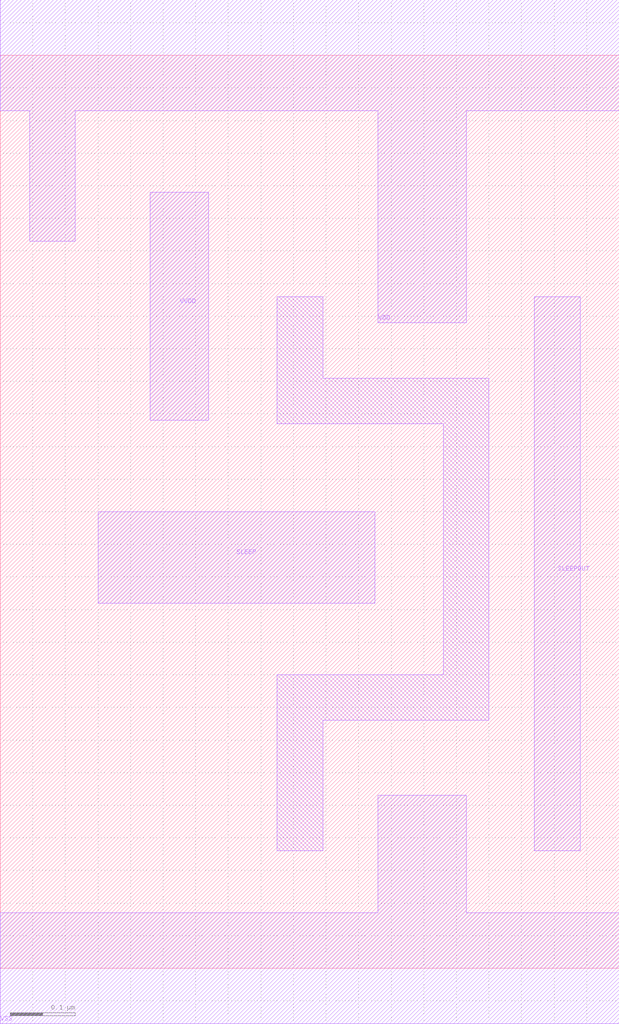
<source format=lef>
# 
# ******************************************************************************
# *                                                                            *
# *                   Copyright (C) 2004-2011, Nangate Inc.                    *
# *                           All rights reserved.                             *
# *                                                                            *
# * Nangate and the Nangate logo are trademarks of Nangate Inc.                *
# *                                                                            *
# * All trademarks, logos, software marks, and trade names (collectively the   *
# * "Marks") in this program are proprietary to Nangate or other respective    *
# * owners that have granted Nangate the right and license to use such Marks.  *
# * You are not permitted to use the Marks without the prior written consent   *
# * of Nangate or such third party that may own the Marks.                     *
# *                                                                            *
# * This file has been provided pursuant to a License Agreement containing     *
# * restrictions on its use. This file contains valuable trade secrets and     *
# * proprietary information of Nangate Inc., and is protected by U.S. and      *
# * international laws and/or treaties.                                        *
# *                                                                            *
# * The copyright notice(s) in this file does not indicate actual or intended  *
# * publication of this file.                                                  *
# *                                                                            *
# *     NGLibraryCreator, v2010.08-HR32-SP3-2010-08-05 - build 1009061800      *
# *                                                                            *
# ******************************************************************************
# 
# 
# Running on server08.nangate.com for user Giancarlo Franciscatto (gfr).
# Local time is now Thu, 6 Jan 2011, 18:10:28.
# Main process id is 3320.

VERSION 5.6 ;
BUSBITCHARS "[]" ;
DIVIDERCHAR "/" ;

MACRO HEADER_OE_X1
  CLASS core ;
  FOREIGN HEADER_OE_X1 0.0 0.0 ;
  ORIGIN 0 0 ;
  SYMMETRY X Y ;
  SITE FreePDK45_38x28_10R_NP_162NW_34O ;
  SIZE 0.95 BY 1.4 ;
  PIN SLEEP
    DIRECTION INPUT ;
    ANTENNAPARTIALMETALAREA 0.0595 LAYER metal1 ;
    ANTENNAPARTIALMETALSIDEAREA 0.1469 LAYER metal1 ;
    ANTENNAGATEAREA 0.018 ;
    PORT
      LAYER metal1 ;
        POLYGON 0.15 0.56 0.575 0.56 0.575 0.7 0.15 0.7  ;
    END
  END SLEEP
  PIN SLEEPOUT
    DIRECTION OUTPUT ;
    ANTENNAPARTIALMETALAREA 0.0595 LAYER metal1 ;
    ANTENNAPARTIALMETALSIDEAREA 0.2392 LAYER metal1 ;
    ANTENNADIFFAREA 0.027 ;
    PORT
      LAYER metal1 ;
        POLYGON 0.82 0.18 0.89 0.18 0.89 1.03 0.82 1.03  ;
    END
  END SLEEPOUT
  PIN VDD
    DIRECTION INOUT ;
    USE power ;
    SHAPE ABUTMENT ;
    PORT
      LAYER metal1 ;
        POLYGON 0 1.315 0.045 1.315 0.045 1.115 0.115 1.115 0.115 1.315 0.58 1.315 0.58 0.99 0.715 0.99 0.715 1.315 0.75 1.315 0.95 1.315 0.95 1.485 0.75 1.485 0 1.485  ;
    END
  END VDD
  PIN VSS
    DIRECTION INOUT ;
    USE ground ;
    SHAPE ABUTMENT ;
    PORT
      LAYER metal1 ;
        POLYGON 0 -0.085 0.95 -0.085 0.95 0.085 0.715 0.085 0.715 0.265 0.58 0.265 0.58 0.085 0 0.085  ;
    END
  END VSS
  PIN VVDD
    DIRECTION INOUT ;
    USE power ;
    SHAPE ABUTMENT ;
    PORT
      LAYER metal1 ;
        POLYGON 0.23 0.84 0.32 0.84 0.32 1.19 0.23 1.19  ;
    END
  END VVDD
  OBS
      LAYER metal1 ;
        POLYGON 0.425 0.835 0.68 0.835 0.68 0.45 0.425 0.45 0.425 0.18 0.495 0.18 0.495 0.38 0.75 0.38 0.75 0.905 0.495 0.905 0.495 1.03 0.425 1.03  ;
  END
END HEADER_OE_X1

END LIBRARY
#
# End of file
#

</source>
